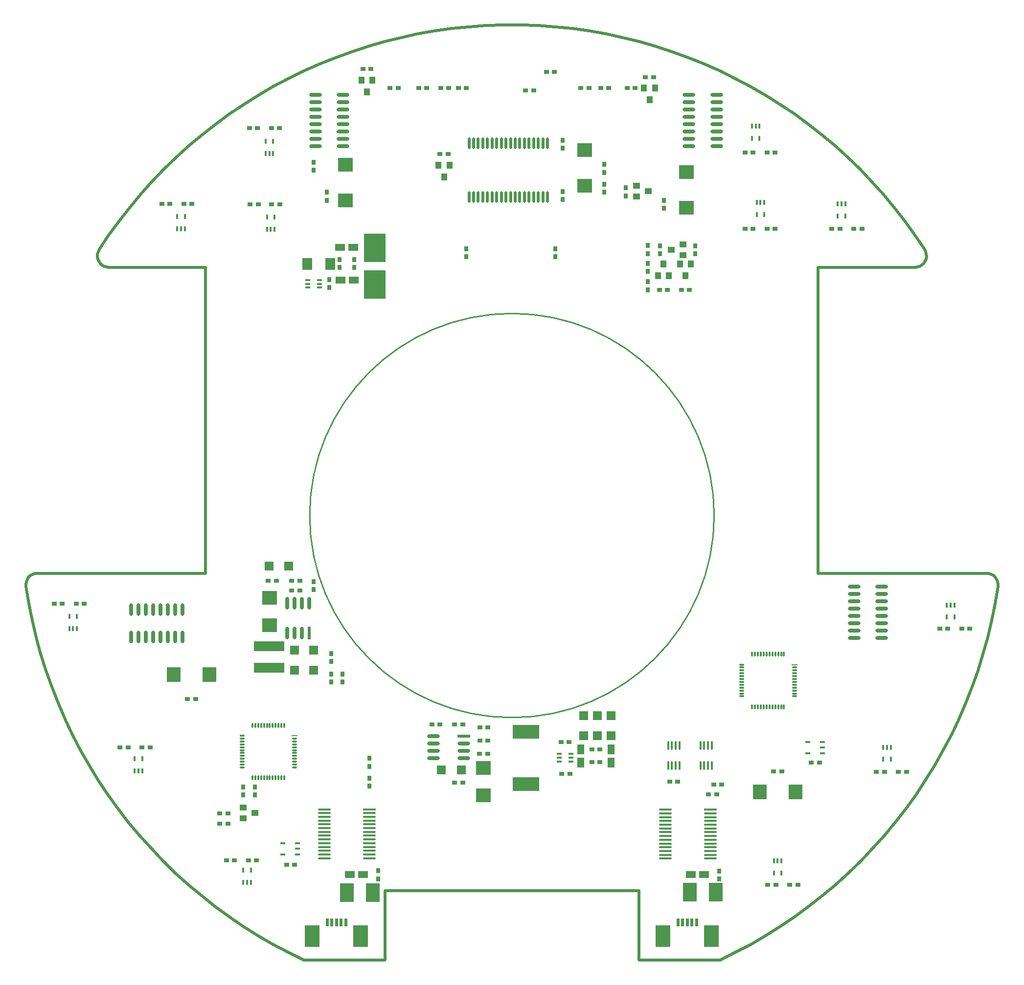
<source format=gbp>
%FSAX25Y25*%
%MOIN*%
G70*
G01*
G75*
G04 Layer_Color=128*
%ADD10O,0.08661X0.02362*%
%ADD11R,0.03000X0.03543*%
%ADD12R,0.05118X0.05512*%
%ADD13R,0.05512X0.05118*%
%ADD14R,0.03543X0.03000*%
%ADD15R,0.05000X0.06693*%
%ADD16R,0.04921X0.03937*%
%ADD17R,0.08661X0.02362*%
%ADD18O,0.08661X0.02362*%
%ADD19O,0.02362X0.08661*%
%ADD20R,0.09449X0.09843*%
%ADD21C,0.01575*%
%ADD22C,0.01181*%
%ADD23C,0.00984*%
%ADD24C,0.01000*%
%ADD25C,0.03150*%
%ADD26C,0.03937*%
%ADD27C,0.02756*%
%ADD28C,0.02362*%
%ADD29C,0.00591*%
%ADD30C,0.01969*%
%ADD31C,0.05906*%
%ADD32R,0.05906X0.05906*%
%ADD33C,0.05118*%
%ADD34C,0.07874*%
%ADD35O,0.10236X0.07874*%
%ADD36O,0.08268X0.07874*%
%ADD37R,0.05118X0.09843*%
%ADD38O,0.05118X0.09843*%
%ADD39R,0.06299X0.06299*%
%ADD40C,0.06299*%
%ADD41C,2.75591*%
%ADD42C,0.39370*%
%ADD43C,0.19685*%
%ADD44C,0.05500*%
%ADD45C,0.06693*%
%ADD46C,0.05000*%
%ADD47R,0.09646X0.09843*%
%ADD48R,0.09843X0.09449*%
%ADD49R,0.02362X0.08661*%
%ADD50O,0.02362X0.08661*%
%ADD51R,0.20866X0.07087*%
%ADD52O,0.03937X0.01024*%
%ADD53O,0.01024X0.03937*%
%ADD54R,0.03937X0.01024*%
%ADD55R,0.03543X0.01575*%
%ADD56R,0.09449X0.12598*%
%ADD57R,0.06693X0.05000*%
%ADD58R,0.09843X0.14961*%
%ADD59R,0.01969X0.05512*%
%ADD60O,0.08661X0.01575*%
%ADD61R,0.08661X0.01575*%
%ADD62R,0.18110X0.09252*%
%ADD63O,0.01378X0.06299*%
%ADD64R,0.07087X0.07874*%
%ADD65R,0.03543X0.01575*%
%ADD66R,0.09843X0.09646*%
%ADD67R,0.03937X0.04921*%
%ADD68O,0.02165X0.07874*%
%ADD69R,0.15000X0.19685*%
%ADD70R,0.01575X0.03543*%
%ADD71R,0.06000X0.06299*%
%ADD72R,0.06299X0.06000*%
%ADD73C,0.00787*%
%ADD74C,0.00141*%
%ADD75C,0.01378*%
%ADD76C,0.01200*%
%ADD77O,0.09461X0.03162*%
%ADD78R,0.03800X0.04343*%
%ADD79R,0.05918X0.06312*%
%ADD80R,0.06312X0.05918*%
%ADD81R,0.04343X0.03800*%
%ADD82R,0.05800X0.07493*%
%ADD83R,0.05721X0.04737*%
%ADD84R,0.09461X0.03162*%
%ADD85O,0.09461X0.03162*%
%ADD86O,0.03162X0.09461*%
%ADD87R,0.10249X0.10642*%
%ADD88C,0.06706*%
%ADD89R,0.06706X0.06706*%
%ADD90C,0.05918*%
%ADD91C,0.08674*%
%ADD92O,0.11036X0.08674*%
%ADD93O,0.09068X0.08674*%
%ADD94R,0.05918X0.10642*%
%ADD95O,0.05918X0.10642*%
%ADD96R,0.07099X0.07099*%
%ADD97C,0.07099*%
%ADD98C,2.76391*%
%ADD99C,0.40170*%
%ADD100C,0.20485*%
%ADD101C,0.06300*%
%ADD102C,0.07493*%
%ADD103C,0.05800*%
%ADD104R,0.10446X0.10642*%
%ADD105R,0.10642X0.10249*%
%ADD106R,0.03162X0.09461*%
%ADD107O,0.03162X0.09461*%
%ADD108R,0.21666X0.07887*%
%ADD109O,0.04737X0.01824*%
%ADD110O,0.01824X0.04737*%
%ADD111R,0.04737X0.01824*%
%ADD112R,0.04343X0.02375*%
%ADD113R,0.10249X0.13398*%
%ADD114R,0.07493X0.05800*%
%ADD115O,0.09461X0.02375*%
%ADD116R,0.09461X0.02375*%
%ADD117R,0.18910X0.10052*%
%ADD118O,0.02178X0.07099*%
%ADD119R,0.07887X0.08674*%
%ADD120R,0.04343X0.02375*%
%ADD121R,0.10642X0.10446*%
%ADD122R,0.04737X0.05721*%
%ADD123O,0.02965X0.08674*%
%ADD124R,0.15800X0.20485*%
%ADD125R,0.02375X0.04343*%
%ADD126R,0.06800X0.07099*%
%ADD127R,0.07099X0.06800*%
D10*
X1007551Y0929500D02*
D03*
Y0934500D02*
D03*
Y0939500D02*
D03*
Y0944500D02*
D03*
Y0949500D02*
D03*
Y0954500D02*
D03*
Y0959500D02*
D03*
Y0964500D02*
D03*
X1026449Y0929500D02*
D03*
Y0934500D02*
D03*
Y0939500D02*
D03*
Y0944500D02*
D03*
Y0949500D02*
D03*
Y0954500D02*
D03*
Y0959500D02*
D03*
Y0964500D02*
D03*
X0771949D02*
D03*
Y0959500D02*
D03*
Y0954500D02*
D03*
Y0949500D02*
D03*
Y0944500D02*
D03*
Y0939500D02*
D03*
Y0934500D02*
D03*
Y0929500D02*
D03*
X0753051Y0964500D02*
D03*
Y0959500D02*
D03*
Y0954500D02*
D03*
Y0949500D02*
D03*
Y0944500D02*
D03*
Y0939500D02*
D03*
Y0934500D02*
D03*
Y0929500D02*
D03*
X1120051Y0594000D02*
D03*
Y0599000D02*
D03*
Y0604000D02*
D03*
Y0609000D02*
D03*
Y0614000D02*
D03*
Y0619000D02*
D03*
Y0624000D02*
D03*
Y0629000D02*
D03*
X1138949Y0594000D02*
D03*
Y0599000D02*
D03*
Y0604000D02*
D03*
Y0609000D02*
D03*
Y0614000D02*
D03*
Y0619000D02*
D03*
Y0624000D02*
D03*
Y0629000D02*
D03*
D11*
X0752000Y0632500D02*
D03*
Y0627000D02*
D03*
X0764000Y0578000D02*
D03*
Y0583500D02*
D03*
Y0569500D02*
D03*
Y0564000D02*
D03*
X0771500Y0569500D02*
D03*
Y0564000D02*
D03*
X0795945Y0435276D02*
D03*
Y0429776D02*
D03*
X0790000Y0498500D02*
D03*
Y0493000D02*
D03*
Y0506500D02*
D03*
Y0512000D02*
D03*
X1028279Y0435047D02*
D03*
Y0429547D02*
D03*
X0762500Y0833000D02*
D03*
Y0838500D02*
D03*
X0779626Y0852169D02*
D03*
Y0846669D02*
D03*
X0752000Y0913000D02*
D03*
Y0918500D02*
D03*
X0979500Y0849500D02*
D03*
Y0844000D02*
D03*
X0988000Y0856000D02*
D03*
Y0861500D02*
D03*
X1012000D02*
D03*
Y0856000D02*
D03*
X0856000Y0854000D02*
D03*
Y0859500D02*
D03*
X0916500D02*
D03*
Y0854000D02*
D03*
X0921500Y0933500D02*
D03*
Y0928000D02*
D03*
X0964500Y0895500D02*
D03*
Y0901000D02*
D03*
X0769626Y0852169D02*
D03*
Y0846669D02*
D03*
X0979500Y0831500D02*
D03*
Y0837000D02*
D03*
Y0856200D02*
D03*
Y0861700D02*
D03*
X0712000Y0487012D02*
D03*
Y0492512D02*
D03*
X0761000Y0892500D02*
D03*
Y0898000D02*
D03*
X0990500Y0892500D02*
D03*
Y0887000D02*
D03*
X0921500Y0898500D02*
D03*
Y0893000D02*
D03*
X0950000Y0898000D02*
D03*
Y0903500D02*
D03*
Y0911512D02*
D03*
Y0917012D02*
D03*
X0704000Y0486988D02*
D03*
Y0492488D02*
D03*
D14*
X0671500Y0552500D02*
D03*
X0666000D02*
D03*
X0737000Y0626500D02*
D03*
X0742500D02*
D03*
X0721000Y0633000D02*
D03*
X0726500D02*
D03*
X0737000D02*
D03*
X0742500D02*
D03*
X0688000Y0467500D02*
D03*
X0693500D02*
D03*
Y0474500D02*
D03*
X0688000D02*
D03*
X0739000Y0439500D02*
D03*
X0733500D02*
D03*
X0853500Y0495500D02*
D03*
X0848000D02*
D03*
X0870500Y0515000D02*
D03*
X0865000D02*
D03*
X0865102Y0524029D02*
D03*
X0870602D02*
D03*
X0838000Y0535000D02*
D03*
X0832500D02*
D03*
X0848000D02*
D03*
X0853500D02*
D03*
X0865102Y0533059D02*
D03*
X0870602D02*
D03*
X0994500Y0496000D02*
D03*
X1000000D02*
D03*
X1021000Y0487500D02*
D03*
X1026500D02*
D03*
X1024500Y0494000D02*
D03*
X1030000D02*
D03*
X1065358Y0503031D02*
D03*
X1070858D02*
D03*
X0993000Y0831500D02*
D03*
X0987500D02*
D03*
X1008000D02*
D03*
X1002500D02*
D03*
X0838000Y0924000D02*
D03*
X0843500D02*
D03*
X0910500Y0980000D02*
D03*
X0916000D02*
D03*
X0978000Y0976500D02*
D03*
X0983500D02*
D03*
X0965512Y0969000D02*
D03*
X0971012D02*
D03*
X0580691Y0617315D02*
D03*
X0575191D02*
D03*
X0590191D02*
D03*
X0595691D02*
D03*
X0625500Y0519500D02*
D03*
X0620000D02*
D03*
X0635000D02*
D03*
X0640500D02*
D03*
X0698000Y0442500D02*
D03*
X0692500D02*
D03*
X0707500D02*
D03*
X0713000D02*
D03*
X1076230Y0425687D02*
D03*
X1081730D02*
D03*
X1066730D02*
D03*
X1061230D02*
D03*
X1150230Y0502687D02*
D03*
X1155730D02*
D03*
X1140730D02*
D03*
X1135230D02*
D03*
X1193500Y0600500D02*
D03*
X1199000D02*
D03*
X1184000D02*
D03*
X1178500D02*
D03*
X1120000Y0873000D02*
D03*
X1125500D02*
D03*
X1110500D02*
D03*
X1105000D02*
D03*
X1060811Y0872998D02*
D03*
X1066311D02*
D03*
X1051311D02*
D03*
X1045811D02*
D03*
X1060730Y0925187D02*
D03*
X1066230D02*
D03*
X1051230D02*
D03*
X1045730D02*
D03*
X0714191Y0889813D02*
D03*
X0708691D02*
D03*
X0723338Y0889842D02*
D03*
X0728838D02*
D03*
X0713691Y0941813D02*
D03*
X0708191D02*
D03*
X0723191D02*
D03*
X0728691D02*
D03*
X0654000Y0890000D02*
D03*
X0648500D02*
D03*
X0663500D02*
D03*
X0669000D02*
D03*
X0785500Y0982000D02*
D03*
X0791000D02*
D03*
X0809500Y0969000D02*
D03*
X0804000D02*
D03*
X0829000D02*
D03*
X0823500D02*
D03*
X0838500D02*
D03*
X0844000D02*
D03*
X0856000D02*
D03*
X0850500D02*
D03*
X0901797Y0967500D02*
D03*
X0896297D02*
D03*
X0934000Y0969000D02*
D03*
X0939500D02*
D03*
X0953000D02*
D03*
X0947500D02*
D03*
X1096500Y0509000D02*
D03*
X1091000D02*
D03*
X0926500Y0501500D02*
D03*
X0921000D02*
D03*
X0920500Y0523000D02*
D03*
X0926000D02*
D03*
X0947000Y0509500D02*
D03*
X0941500D02*
D03*
X0947000Y0518000D02*
D03*
X0941500D02*
D03*
D15*
X0934000Y0508945D02*
D03*
Y0517945D02*
D03*
X0954500Y0518000D02*
D03*
Y0509000D02*
D03*
D16*
X0704000Y0471000D02*
D03*
Y0478500D02*
D03*
X0712000Y0474800D02*
D03*
X1003500Y0862500D02*
D03*
Y0855000D02*
D03*
X0995500Y0858700D02*
D03*
X0972000Y0895000D02*
D03*
Y0902500D02*
D03*
X0980000Y0898800D02*
D03*
D17*
X0854177Y0527102D02*
D03*
D18*
X0833705Y0512102D02*
D03*
Y0517102D02*
D03*
Y0522102D02*
D03*
Y0527102D02*
D03*
X0854177Y0512102D02*
D03*
Y0517102D02*
D03*
Y0522102D02*
D03*
D19*
X0627500Y0613449D02*
D03*
X0632500D02*
D03*
X0637500D02*
D03*
X0642500D02*
D03*
X0647500D02*
D03*
X0652500D02*
D03*
X0657500D02*
D03*
X0662500D02*
D03*
X0627500Y0594551D02*
D03*
X0632500D02*
D03*
X0637500D02*
D03*
X0642500D02*
D03*
X0647500D02*
D03*
X0652500D02*
D03*
X0657500D02*
D03*
X0662500D02*
D03*
D24*
X1024795Y0677500D02*
G03*
X1024795Y0677500I-0137795J0000000D01*
G01*
D30*
X1095661Y0638130D02*
Y0846791D01*
Y0638130D02*
X1210338D01*
X1212014Y0637949D01*
X1213613Y0637416D01*
X1215063Y0636555D01*
X1216295Y0635405D01*
X1217255Y0634020D01*
X1217897Y0632461D01*
X1218193Y0630802D01*
X1218130Y0629117D02*
X1218193Y0630802D01*
X1216216Y0617461D02*
X1218130Y0629117D01*
X1213892Y0605880D02*
X1216216Y0617461D01*
X1211161Y0594388D02*
X1213892Y0605880D01*
X1208026Y0583000D02*
X1211161Y0594388D01*
X1204491Y0571729D02*
X1208026Y0583000D01*
X1200560Y0560590D02*
X1204491Y0571729D01*
X1196239Y0549597D02*
X1200560Y0560590D01*
X1191532Y0538763D02*
X1196239Y0549597D01*
X1186446Y0528102D02*
X1191532Y0538763D01*
X1180987Y0517627D02*
X1186446Y0528102D01*
X1175162Y0507352D02*
X1180987Y0517627D01*
X1168978Y0497288D02*
X1175162Y0507352D01*
X1162442Y0487449D02*
X1168978Y0497288D01*
X1155563Y0477846D02*
X1162442Y0487449D01*
X1148350Y0468493D02*
X1155563Y0477846D01*
X1140811Y0459399D02*
X1148350Y0468493D01*
X1132955Y0450578D02*
X1140811Y0459399D01*
X1124794Y0442039D02*
X1132955Y0450578D01*
X1116336Y0433794D02*
X1124794Y0442039D01*
X1107592Y0425852D02*
X1116336Y0433794D01*
X1098574Y0418223D02*
X1107592Y0425852D01*
X1089292Y0410918D02*
X1098574Y0418223D01*
X1079757Y0403945D02*
X1089292Y0410918D01*
X1069983Y0397313D02*
X1079757Y0403945D01*
X1059981Y0391030D02*
X1069983Y0397313D01*
X1049763Y0385103D02*
X1059981Y0391030D01*
X1039343Y0379541D02*
X1049763Y0385103D01*
X1028732Y0374350D02*
X1039343Y0379541D01*
X0973614Y0374350D02*
X1028732D01*
X0973614D02*
Y0421594D01*
X0800386D02*
X0973614D01*
X0800386Y0374350D02*
Y0421594D01*
X0745268Y0374350D02*
X0800386D01*
X0734657Y0379541D02*
X0745268Y0374350D01*
X0724237Y0385103D02*
X0734657Y0379541D01*
X0714019Y0391030D02*
X0724237Y0385103D01*
X0704017Y0397313D02*
X0714019Y0391030D01*
X0694242Y0403945D02*
X0704017Y0397313D01*
X0684708Y0410918D02*
X0694242Y0403945D01*
X0675426Y0418223D02*
X0684708Y0410918D01*
X0666408Y0425852D02*
X0675426Y0418223D01*
X0657664Y0433794D02*
X0666408Y0425852D01*
X0649206Y0442039D02*
X0657664Y0433794D01*
X0641045Y0450578D02*
X0649206Y0442039D01*
X0633189Y0459399D02*
X0641045Y0450578D01*
X0625650Y0468493D02*
X0633189Y0459399D01*
X0618437Y0477846D02*
X0625650Y0468493D01*
X0611558Y0487449D02*
X0618437Y0477846D01*
X0605022Y0497288D02*
X0611558Y0487449D01*
X0598838Y0507352D02*
X0605022Y0497288D01*
X0593013Y0517627D02*
X0598838Y0507352D01*
X0587554Y0528102D02*
X0593013Y0517627D01*
X0582468Y0538763D02*
X0587554Y0528102D01*
X0577761Y0549597D02*
X0582468Y0538763D01*
X0573440Y0560590D02*
X0577761Y0549597D01*
X0569509Y0571729D02*
X0573440Y0560590D01*
X0565974Y0583000D02*
X0569509Y0571729D01*
X0562839Y0594388D02*
X0565974Y0583000D01*
X0560108Y0605880D02*
X0562839Y0594388D01*
X0557784Y0617461D02*
X0560108Y0605880D01*
X0555870Y0629117D02*
X0557784Y0617461D01*
X0555807Y0630802D02*
X0555870Y0629117D01*
X0555807Y0630802D02*
X0556103Y0632461D01*
X0556745Y0634020D01*
X0557705Y0635405D01*
X0558938Y0636555D01*
X0560387Y0637416D01*
X0561986Y0637949D01*
X0563662Y0638130D01*
X0678339D01*
Y0846791D01*
X0612424D02*
X0678339D01*
X0610749Y0846972D02*
X0612424Y0846791D01*
X0609150Y0847504D02*
X0610749Y0846972D01*
X0607701Y0848364D02*
X0609150Y0847504D01*
X0606469Y0849513D02*
X0607701Y0848364D01*
X0605509Y0850898D02*
X0606469Y0849513D01*
X0604866Y0852455D02*
X0605509Y0850898D01*
X0604569Y0854114D02*
X0604866Y0852455D01*
X0604569Y0854114D02*
X0604631Y0855797D01*
X0605051Y0857429D01*
X0605807Y0858934D01*
X0612330Y0868666D01*
X0619190Y0878163D01*
X0626378Y0887414D01*
X0633885Y0896408D01*
X0641703Y0905133D01*
X0649821Y0913580D01*
X0658229Y0921737D01*
X0666919Y0929595D01*
X0675877Y0937144D01*
X0685095Y0944375D01*
X0694560Y0951278D01*
X0704261Y0957847D01*
X0714186Y0964071D01*
X0724323Y0969944D01*
X0734659Y0975459D01*
X0745181Y0980609D01*
X0755878Y0985387D01*
X0766735Y0989788D01*
X0777740Y0993807D01*
X0788878Y0997437D01*
X0800137Y1000676D01*
X0811502Y1003518D01*
X0822960Y1005961D01*
X0834496Y1008001D01*
X0846097Y1009636D01*
X0857748Y1010865D01*
X0869434Y1011684D01*
X0881142Y1012094D01*
X0892858D01*
X0904566Y1011684D01*
X0916252Y1010865D01*
X0927903Y1009636D01*
X0939504Y1008001D01*
X0951040Y1005961D01*
X0962498Y1003518D01*
X0973863Y1000676D01*
X0985122Y0997437D01*
X0996260Y0993807D01*
X1007265Y0989788D01*
X1018122Y0985387D01*
X1028819Y0980609D01*
X1039341Y0975459D01*
X1049677Y0969944D01*
X1059814Y0964071D01*
X1069739Y0957847D01*
X1079440Y0951278D01*
X1088905Y0944375D01*
X1098123Y0937144D01*
X1107081Y0929595D01*
X1115771Y0921737D01*
X1124179Y0913580D01*
X1132297Y0905133D01*
X1140115Y0896408D01*
X1147622Y0887414D01*
X1154810Y0878163D01*
X1161670Y0868666D01*
X1168193Y0858934D01*
X1168949Y0857429D01*
X1169369Y0855797D01*
X1169431Y0854114D01*
X1169134Y0852455D02*
X1169431Y0854114D01*
X1168491Y0850898D02*
X1169134Y0852455D01*
X1167531Y0849513D02*
X1168491Y0850898D01*
X1166298Y0848364D02*
X1167531Y0849513D01*
X1164850Y0847504D02*
X1166298Y0848364D01*
X1163251Y0846972D02*
X1164850Y0847504D01*
X1161576Y0846791D02*
X1163251Y0846972D01*
X1095661Y0846791D02*
X1161576D01*
D47*
X0656535Y0569000D02*
D03*
X0680748D02*
D03*
X1080106Y0489032D02*
D03*
X1055894D02*
D03*
D48*
X0722000Y0621390D02*
D03*
Y0602610D02*
D03*
X0867500Y0505390D02*
D03*
Y0486610D02*
D03*
D49*
X0749000Y0597264D02*
D03*
D50*
X0734000Y0617736D02*
D03*
X0739000D02*
D03*
X0744000D02*
D03*
X0749000D02*
D03*
X0734000Y0597264D02*
D03*
X0739000D02*
D03*
X0744000D02*
D03*
D51*
X0721500Y0573716D02*
D03*
Y0588283D02*
D03*
D52*
X0738950Y0511611D02*
D03*
Y0509642D02*
D03*
Y0519485D02*
D03*
Y0525390D02*
D03*
Y0513579D02*
D03*
X0703124Y0527359D02*
D03*
Y0525390D02*
D03*
Y0523422D02*
D03*
Y0519485D02*
D03*
Y0517516D02*
D03*
Y0515548D02*
D03*
Y0513579D02*
D03*
X0738950Y0517516D02*
D03*
Y0515548D02*
D03*
Y0521453D02*
D03*
X0703124Y0505705D02*
D03*
Y0507674D02*
D03*
Y0509642D02*
D03*
Y0511611D02*
D03*
Y0521453D02*
D03*
X0738950Y0507674D02*
D03*
Y0505705D02*
D03*
Y0523422D02*
D03*
X1079450Y0560111D02*
D03*
Y0558142D02*
D03*
Y0567985D02*
D03*
Y0573890D02*
D03*
Y0562079D02*
D03*
X1043624Y0575859D02*
D03*
Y0573890D02*
D03*
Y0571922D02*
D03*
Y0567985D02*
D03*
Y0566016D02*
D03*
Y0564048D02*
D03*
Y0562079D02*
D03*
X1079450Y0566016D02*
D03*
Y0564048D02*
D03*
Y0569953D02*
D03*
X1043624Y0554205D02*
D03*
Y0556174D02*
D03*
Y0558142D02*
D03*
Y0560111D02*
D03*
Y0569953D02*
D03*
X1079450Y0556174D02*
D03*
Y0554205D02*
D03*
Y0571922D02*
D03*
D53*
X0731864Y0498619D02*
D03*
Y0534445D02*
D03*
X0729895D02*
D03*
Y0498619D02*
D03*
X0727927Y0534445D02*
D03*
X0725958D02*
D03*
X0722021Y0498619D02*
D03*
X0718084D02*
D03*
X0723990Y0534445D02*
D03*
X0720053D02*
D03*
X0718084D02*
D03*
X0714147D02*
D03*
X0712179Y0498619D02*
D03*
X0710210D02*
D03*
Y0534445D02*
D03*
X0727927Y0498619D02*
D03*
X0716116D02*
D03*
X0714147D02*
D03*
X0712179Y0534445D02*
D03*
X0716116D02*
D03*
X0722021D02*
D03*
X0725958Y0498619D02*
D03*
X0723990D02*
D03*
X0720053D02*
D03*
X1072364Y0547119D02*
D03*
Y0582945D02*
D03*
X1070395D02*
D03*
Y0547119D02*
D03*
X1068427Y0582945D02*
D03*
X1066458D02*
D03*
X1062521Y0547119D02*
D03*
X1058584D02*
D03*
X1064490Y0582945D02*
D03*
X1060553D02*
D03*
X1058584D02*
D03*
X1054647D02*
D03*
X1052679Y0547119D02*
D03*
X1050710D02*
D03*
Y0582945D02*
D03*
X1068427Y0547119D02*
D03*
X1056616D02*
D03*
X1054647D02*
D03*
X1052679Y0582945D02*
D03*
X1056616D02*
D03*
X1062521D02*
D03*
X1066458Y0547119D02*
D03*
X1064490D02*
D03*
X1060553D02*
D03*
D54*
X0738950Y0527358D02*
D03*
X1079450Y0575858D02*
D03*
D55*
X0741000Y0454000D02*
D03*
Y0446480D02*
D03*
Y0450248D02*
D03*
X0730803Y0446480D02*
D03*
Y0454000D02*
D03*
X0747732Y0835500D02*
D03*
X0756000Y0838059D02*
D03*
Y0832941D02*
D03*
Y0835500D02*
D03*
X0747732Y0832941D02*
D03*
X1098575Y0523000D02*
D03*
Y0515480D02*
D03*
Y0519248D02*
D03*
X1088378Y0515480D02*
D03*
Y0523000D02*
D03*
X0927328Y0512333D02*
D03*
X0919061Y0509774D02*
D03*
Y0514892D02*
D03*
Y0512333D02*
D03*
X0927328Y0514892D02*
D03*
D56*
X0792161Y0420276D02*
D03*
X0774445D02*
D03*
X1025996Y0420547D02*
D03*
X1008280D02*
D03*
D57*
X0785445Y0432776D02*
D03*
X0776445D02*
D03*
X1017780Y0432547D02*
D03*
X1008780D02*
D03*
X0779126Y0838169D02*
D03*
X0770126D02*
D03*
X0770000Y0860500D02*
D03*
X0779000D02*
D03*
D58*
X0750965Y0390567D02*
D03*
X0784035D02*
D03*
X0989965D02*
D03*
X1023035D02*
D03*
D59*
X0770650Y0400016D02*
D03*
X0761201D02*
D03*
X0767500D02*
D03*
X0773799D02*
D03*
X0764350D02*
D03*
X1009650D02*
D03*
X1000201D02*
D03*
X1006500D02*
D03*
X1012799D02*
D03*
X1003350D02*
D03*
D60*
X0759276Y0443858D02*
D03*
Y0446417D02*
D03*
Y0448976D02*
D03*
Y0451535D02*
D03*
Y0454094D02*
D03*
Y0456653D02*
D03*
Y0459213D02*
D03*
Y0461772D02*
D03*
Y0464331D02*
D03*
Y0466890D02*
D03*
Y0469449D02*
D03*
Y0472008D02*
D03*
Y0474567D02*
D03*
Y0477126D02*
D03*
X0789984Y0443858D02*
D03*
Y0446417D02*
D03*
Y0448976D02*
D03*
Y0451535D02*
D03*
Y0454094D02*
D03*
Y0456653D02*
D03*
Y0459213D02*
D03*
Y0461772D02*
D03*
Y0464331D02*
D03*
Y0466890D02*
D03*
Y0469449D02*
D03*
Y0472008D02*
D03*
Y0474567D02*
D03*
X0991610Y0443630D02*
D03*
Y0446189D02*
D03*
Y0448748D02*
D03*
Y0451307D02*
D03*
Y0453866D02*
D03*
Y0456425D02*
D03*
Y0458984D02*
D03*
Y0461543D02*
D03*
Y0464102D02*
D03*
Y0466661D02*
D03*
Y0469220D02*
D03*
Y0471779D02*
D03*
Y0474339D02*
D03*
Y0476898D02*
D03*
X1022319Y0443630D02*
D03*
Y0446189D02*
D03*
Y0448748D02*
D03*
Y0451307D02*
D03*
Y0453866D02*
D03*
Y0456425D02*
D03*
Y0458984D02*
D03*
Y0461543D02*
D03*
Y0464102D02*
D03*
Y0466661D02*
D03*
Y0469220D02*
D03*
Y0471779D02*
D03*
Y0474339D02*
D03*
D61*
X0789984Y0477126D02*
D03*
X1022319Y0476898D02*
D03*
D62*
X0896441Y0529917D02*
D03*
Y0494287D02*
D03*
D63*
X1015441Y0520571D02*
D03*
X1018000D02*
D03*
X1020559D02*
D03*
X1023118D02*
D03*
X1015441Y0506988D02*
D03*
X1018000D02*
D03*
X1020559D02*
D03*
X1023118D02*
D03*
X0993461Y0520724D02*
D03*
X0996020D02*
D03*
X0998579D02*
D03*
X1001138D02*
D03*
X0993461Y0507142D02*
D03*
X0996020D02*
D03*
X0998579D02*
D03*
X1001138D02*
D03*
D64*
X0747626Y0849000D02*
D03*
X0763374D02*
D03*
D65*
X0747732Y0838059D02*
D03*
X0927328Y0509774D02*
D03*
D66*
X0773500Y0916606D02*
D03*
Y0892394D02*
D03*
X0936500Y0902394D02*
D03*
Y0926606D02*
D03*
X1006000Y0887394D02*
D03*
Y0911606D02*
D03*
D67*
X0994000Y0841000D02*
D03*
X0986500D02*
D03*
X0990200Y0849000D02*
D03*
X1001500D02*
D03*
X1009000D02*
D03*
X1005300Y0841000D02*
D03*
X0837000Y0916500D02*
D03*
X0844500D02*
D03*
X0840800Y0908500D02*
D03*
X0784500Y0974500D02*
D03*
X0792000D02*
D03*
X0788300Y0966500D02*
D03*
X0977000Y0969000D02*
D03*
X0984500D02*
D03*
X0980800Y0961000D02*
D03*
D68*
X0911272Y0894594D02*
D03*
X0908122D02*
D03*
X0904972D02*
D03*
X0901823D02*
D03*
X0898673D02*
D03*
X0895524D02*
D03*
X0892374D02*
D03*
X0889224D02*
D03*
X0886075D02*
D03*
X0882925D02*
D03*
X0879776D02*
D03*
X0876626D02*
D03*
X0873476D02*
D03*
X0870327D02*
D03*
X0867177D02*
D03*
X0864028D02*
D03*
X0860878D02*
D03*
X0857728D02*
D03*
X0911272Y0931406D02*
D03*
X0908122D02*
D03*
X0904972D02*
D03*
X0901823D02*
D03*
X0898673D02*
D03*
X0895524D02*
D03*
X0892374D02*
D03*
X0889224D02*
D03*
X0886075D02*
D03*
X0882925D02*
D03*
X0879776D02*
D03*
X0876626D02*
D03*
X0873476D02*
D03*
X0870327D02*
D03*
X0867177D02*
D03*
X0864028D02*
D03*
X0860878D02*
D03*
X0857728D02*
D03*
D69*
X0793500Y0860039D02*
D03*
Y0834961D02*
D03*
D70*
X0590559Y0600500D02*
D03*
X0585441D02*
D03*
X0588000D02*
D03*
X0585441Y0608768D02*
D03*
X0590559D02*
D03*
X0635059Y0503500D02*
D03*
X0629941D02*
D03*
X0632500D02*
D03*
X0629941Y0511768D02*
D03*
X0635059D02*
D03*
X0709059Y0427500D02*
D03*
X0703941D02*
D03*
X0706500D02*
D03*
X0703941Y0435768D02*
D03*
X0709059D02*
D03*
X1065404Y0442082D02*
D03*
X1070522D02*
D03*
X1067963D02*
D03*
X1070522Y0433814D02*
D03*
X1065404D02*
D03*
X1139941Y0519500D02*
D03*
X1145059D02*
D03*
X1142500D02*
D03*
X1145059Y0511232D02*
D03*
X1139941D02*
D03*
X1183294Y0616486D02*
D03*
X1188412D02*
D03*
X1185853D02*
D03*
X1188412Y0608219D02*
D03*
X1183294D02*
D03*
X1108941Y0890000D02*
D03*
X1114059D02*
D03*
X1111500D02*
D03*
X1114059Y0881732D02*
D03*
X1108941D02*
D03*
X1053752Y0890998D02*
D03*
X1058870D02*
D03*
X1056311D02*
D03*
X1058870Y0882730D02*
D03*
X1053752D02*
D03*
X1050584Y0942917D02*
D03*
X1055702D02*
D03*
X1053144D02*
D03*
X1055702Y0934649D02*
D03*
X1050584D02*
D03*
X0725198Y0872821D02*
D03*
X0720080D02*
D03*
X0722639D02*
D03*
X0720080Y0881089D02*
D03*
X0725198D02*
D03*
X0724343Y0924365D02*
D03*
X0719225D02*
D03*
X0721784D02*
D03*
X0719225Y0932632D02*
D03*
X0724343D02*
D03*
X0664059Y0873000D02*
D03*
X0658941D02*
D03*
X0661500D02*
D03*
X0658941Y0881268D02*
D03*
X0664059D02*
D03*
D71*
X0954500Y0527500D02*
D03*
Y0541000D02*
D03*
X0936000Y0527500D02*
D03*
Y0541000D02*
D03*
X0945250Y0527500D02*
D03*
Y0541000D02*
D03*
X0751889Y0572037D02*
D03*
Y0585537D02*
D03*
X0738815Y0572037D02*
D03*
Y0585537D02*
D03*
D72*
X0735000Y0643000D02*
D03*
X0721500D02*
D03*
X0839000Y0504000D02*
D03*
X0852500D02*
D03*
M02*

</source>
